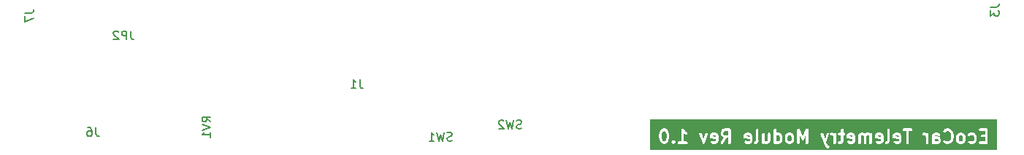
<source format=gbr>
%TF.GenerationSoftware,KiCad,Pcbnew,7.0.5*%
%TF.CreationDate,2023-07-23T12:45:19-06:00*%
%TF.ProjectId,CAN-USB RF Module,43414e2d-5553-4422-9052-46204d6f6475,rev?*%
%TF.SameCoordinates,Original*%
%TF.FileFunction,Legend,Bot*%
%TF.FilePolarity,Positive*%
%FSLAX46Y46*%
G04 Gerber Fmt 4.6, Leading zero omitted, Abs format (unit mm)*
G04 Created by KiCad (PCBNEW 7.0.5) date 2023-07-23 12:45:19*
%MOMM*%
%LPD*%
G01*
G04 APERTURE LIST*
%ADD10C,0.300000*%
%ADD11C,0.150000*%
G04 APERTURE END LIST*
D10*
G36*
X155564777Y-116157542D02*
G01*
X155371350Y-116157542D01*
X155341518Y-116152042D01*
X155328095Y-116157542D01*
X155178758Y-116157542D01*
X155089344Y-116112835D01*
X155052339Y-116075830D01*
X155007634Y-115986417D01*
X155007634Y-115842951D01*
X155052340Y-115753538D01*
X155089344Y-115716534D01*
X155178758Y-115671828D01*
X155564777Y-115671828D01*
X155564777Y-116157542D01*
G37*
G36*
X148268781Y-115716535D02*
G01*
X148305785Y-115753539D01*
X148358962Y-115859893D01*
X148421920Y-116111724D01*
X148421920Y-116431935D01*
X148358964Y-116683758D01*
X148305785Y-116790116D01*
X148268780Y-116827122D01*
X148179368Y-116871828D01*
X148107330Y-116871828D01*
X148017915Y-116827120D01*
X147980913Y-116790118D01*
X147927734Y-116683762D01*
X147864777Y-116431934D01*
X147864777Y-116111722D01*
X147927732Y-115859899D01*
X147980913Y-115753538D01*
X148017917Y-115716534D01*
X148107330Y-115671828D01*
X148179367Y-115671828D01*
X148268781Y-115716535D01*
G37*
G36*
X154102973Y-116205060D02*
G01*
X154136205Y-116271524D01*
X154136205Y-116338857D01*
X153728975Y-116257411D01*
X153755151Y-116205059D01*
X153821615Y-116171828D01*
X154036509Y-116171828D01*
X154102973Y-116205060D01*
G37*
G36*
X158031544Y-116205060D02*
G01*
X158064776Y-116271524D01*
X158064776Y-116338857D01*
X157657546Y-116257411D01*
X157683722Y-116205059D01*
X157750186Y-116171828D01*
X157965080Y-116171828D01*
X158031544Y-116205060D01*
G37*
G36*
X161483066Y-116216535D02*
G01*
X161520069Y-116253538D01*
X161564776Y-116342952D01*
X161564776Y-116700703D01*
X161520069Y-116790117D01*
X161483064Y-116827122D01*
X161393652Y-116871828D01*
X161178758Y-116871828D01*
X161150491Y-116857694D01*
X161150491Y-116185961D01*
X161178758Y-116171828D01*
X161393651Y-116171828D01*
X161483066Y-116216535D01*
G37*
G36*
X162840209Y-116216535D02*
G01*
X162877212Y-116253538D01*
X162921919Y-116342952D01*
X162921919Y-116700704D01*
X162877212Y-116790117D01*
X162840207Y-116827122D01*
X162750795Y-116871828D01*
X162607329Y-116871828D01*
X162517914Y-116827120D01*
X162480912Y-116790118D01*
X162436205Y-116700704D01*
X162436205Y-116342953D01*
X162480911Y-116253539D01*
X162517916Y-116216534D01*
X162607329Y-116171828D01*
X162750794Y-116171828D01*
X162840209Y-116216535D01*
G37*
G36*
X169960115Y-116205060D02*
G01*
X169993347Y-116271524D01*
X169993347Y-116338857D01*
X169586117Y-116257411D01*
X169612293Y-116205059D01*
X169678757Y-116171828D01*
X169893651Y-116171828D01*
X169960115Y-116205060D01*
G37*
G36*
X173245829Y-116205060D02*
G01*
X173279061Y-116271524D01*
X173279061Y-116338857D01*
X172871831Y-116257411D01*
X172898007Y-116205059D01*
X172964471Y-116171828D01*
X173179365Y-116171828D01*
X173245829Y-116205060D01*
G37*
G36*
X175317257Y-116205060D02*
G01*
X175350488Y-116271524D01*
X175350489Y-116338857D01*
X174943259Y-116257411D01*
X174969435Y-116205059D01*
X175035899Y-116171828D01*
X175250793Y-116171828D01*
X175317257Y-116205060D01*
G37*
G36*
X179888685Y-116633631D02*
G01*
X179921917Y-116700095D01*
X179921917Y-116772132D01*
X179888685Y-116838596D01*
X179822222Y-116871828D01*
X179535899Y-116871828D01*
X179507632Y-116857694D01*
X179507632Y-116604095D01*
X179517270Y-116605830D01*
X179530362Y-116600400D01*
X179822222Y-116600400D01*
X179888685Y-116633631D01*
G37*
G36*
X182697350Y-116216535D02*
G01*
X182734353Y-116253538D01*
X182779060Y-116342952D01*
X182779060Y-116700703D01*
X182734353Y-116790117D01*
X182697348Y-116827122D01*
X182607936Y-116871828D01*
X182464470Y-116871828D01*
X182375055Y-116827120D01*
X182338053Y-116790118D01*
X182293346Y-116700704D01*
X182293346Y-116342952D01*
X182338053Y-116253538D01*
X182375057Y-116216534D01*
X182464470Y-116171828D01*
X182607935Y-116171828D01*
X182697350Y-116216535D01*
G37*
G36*
X186719286Y-117885286D02*
G01*
X146512146Y-117885286D01*
X146512146Y-116444052D01*
X147558573Y-116444052D01*
X147564777Y-116468867D01*
X147564777Y-116471968D01*
X147569995Y-116489739D01*
X147634204Y-116746574D01*
X147632345Y-116763802D01*
X147644678Y-116788469D01*
X147645916Y-116793418D01*
X147654290Y-116807692D01*
X147715060Y-116929230D01*
X147720425Y-116953892D01*
X147749631Y-116983098D01*
X147777802Y-117013384D01*
X147780642Y-117014110D01*
X147809697Y-117043166D01*
X147822587Y-117064867D01*
X147859545Y-117083346D01*
X147895831Y-117103160D01*
X147898755Y-117102950D01*
X147997614Y-117152380D01*
X148027876Y-117171828D01*
X148058528Y-117171828D01*
X148088702Y-117177258D01*
X148101794Y-117171828D01*
X148206704Y-117171828D01*
X148242464Y-117175689D01*
X148269879Y-117161981D01*
X148299297Y-117153344D01*
X148308578Y-117142632D01*
X148407897Y-117092974D01*
X148432558Y-117087609D01*
X148461756Y-117058410D01*
X148492048Y-117030234D01*
X148492774Y-117027390D01*
X148521827Y-116998337D01*
X148543530Y-116985448D01*
X148562017Y-116948473D01*
X148567054Y-116939248D01*
X148987414Y-116939248D01*
X148994495Y-116971800D01*
X148996873Y-117005032D01*
X149003713Y-117014170D01*
X149006140Y-117025323D01*
X149029692Y-117048875D01*
X149049662Y-117075552D01*
X149060359Y-117079542D01*
X149081639Y-117100820D01*
X149083262Y-117106348D01*
X149104359Y-117124629D01*
X149121091Y-117146980D01*
X149137004Y-117152915D01*
X149149835Y-117164033D01*
X149166642Y-117166449D01*
X149181548Y-117174589D01*
X149192931Y-117173774D01*
X149203625Y-117177763D01*
X149220218Y-117174153D01*
X149237027Y-117176570D01*
X149252476Y-117169514D01*
X149269411Y-117168303D01*
X149278546Y-117161464D01*
X149289700Y-117159038D01*
X149301706Y-117147031D01*
X149317154Y-117139977D01*
X149326335Y-117125690D01*
X149339930Y-117115514D01*
X149343918Y-117104819D01*
X149384685Y-117064052D01*
X149411357Y-117044087D01*
X149411361Y-117044077D01*
X149702892Y-117044077D01*
X149739485Y-117124204D01*
X149813590Y-117171828D01*
X150275475Y-117171828D01*
X150308455Y-117176570D01*
X150318838Y-117171828D01*
X150736345Y-117171828D01*
X150799297Y-117153344D01*
X150856982Y-117086771D01*
X150869519Y-116999579D01*
X150832926Y-116919452D01*
X150758821Y-116871828D01*
X150436206Y-116871828D01*
X150436206Y-115955389D01*
X150452553Y-115971736D01*
X150465443Y-115993438D01*
X150502413Y-116011923D01*
X150538689Y-116031731D01*
X150541611Y-116031522D01*
X150666985Y-116094209D01*
X150731558Y-116105830D01*
X150812925Y-116072083D01*
X150841561Y-116030800D01*
X152201559Y-116030800D01*
X152563276Y-117043609D01*
X152562496Y-117057190D01*
X152577834Y-117084369D01*
X152580770Y-117092590D01*
X152588382Y-117103060D01*
X152605789Y-117133906D01*
X152613932Y-117138206D01*
X152619350Y-117145658D01*
X152652362Y-117158499D01*
X152683684Y-117175038D01*
X152692863Y-117174252D01*
X152701446Y-117177591D01*
X152736153Y-117170547D01*
X152771451Y-117167527D01*
X152778747Y-117161903D01*
X152787775Y-117160072D01*
X152813170Y-117135376D01*
X152841225Y-117113757D01*
X152844322Y-117105083D01*
X152850927Y-117098661D01*
X152858939Y-117064156D01*
X153106694Y-116370441D01*
X153415820Y-116370441D01*
X153421920Y-116396375D01*
X153421920Y-116400539D01*
X153426841Y-116417300D01*
X153435988Y-116456188D01*
X153439160Y-116459255D01*
X153440404Y-116463491D01*
X153470601Y-116489656D01*
X153499314Y-116517420D01*
X153503641Y-116518285D01*
X153506977Y-116521176D01*
X153546529Y-116526863D01*
X154136205Y-116644798D01*
X154136205Y-116772132D01*
X154102973Y-116838596D01*
X154036510Y-116871828D01*
X153821615Y-116871828D01*
X153691139Y-116806590D01*
X153626566Y-116794970D01*
X153545199Y-116828717D01*
X153494992Y-116901098D01*
X153491888Y-116989130D01*
X153536872Y-117064867D01*
X153711899Y-117152380D01*
X153742161Y-117171828D01*
X153772813Y-117171828D01*
X153802987Y-117177258D01*
X153816079Y-117171828D01*
X154063844Y-117171828D01*
X154099607Y-117175689D01*
X154127021Y-117161981D01*
X154156440Y-117153344D01*
X154165721Y-117142632D01*
X154247680Y-117101653D01*
X154253508Y-117101859D01*
X154286712Y-117082137D01*
X154301150Y-117074919D01*
X154305183Y-117071166D01*
X154329245Y-117056876D01*
X154336807Y-117041751D01*
X154349190Y-117030233D01*
X154352919Y-117015650D01*
X154701423Y-117015650D01*
X154722881Y-117101085D01*
X154787122Y-117161357D01*
X154873750Y-117177328D01*
X154955261Y-117143930D01*
X155435732Y-116457542D01*
X155564777Y-116457542D01*
X155564777Y-117043396D01*
X155583261Y-117106348D01*
X155649834Y-117164033D01*
X155737026Y-117176570D01*
X155817153Y-117139977D01*
X155864777Y-117065872D01*
X155864777Y-116370441D01*
X157344391Y-116370441D01*
X157350491Y-116396375D01*
X157350491Y-116400539D01*
X157355412Y-116417300D01*
X157364559Y-116456188D01*
X157367731Y-116459255D01*
X157368975Y-116463491D01*
X157399172Y-116489656D01*
X157427885Y-116517420D01*
X157432212Y-116518285D01*
X157435548Y-116521176D01*
X157475100Y-116526863D01*
X158064776Y-116644798D01*
X158064776Y-116772132D01*
X158031544Y-116838596D01*
X157965081Y-116871828D01*
X157750186Y-116871828D01*
X157619710Y-116806590D01*
X157555137Y-116794970D01*
X157473770Y-116828717D01*
X157423563Y-116901098D01*
X157420459Y-116989130D01*
X157465443Y-117064867D01*
X157640470Y-117152380D01*
X157670732Y-117171828D01*
X157701384Y-117171828D01*
X157731558Y-117177258D01*
X157744650Y-117171828D01*
X157992415Y-117171828D01*
X158028178Y-117175689D01*
X158055592Y-117161981D01*
X158085011Y-117153344D01*
X158094292Y-117142632D01*
X158176251Y-117101653D01*
X158182079Y-117101859D01*
X158215283Y-117082137D01*
X158229721Y-117074919D01*
X158233754Y-117071166D01*
X158257816Y-117056876D01*
X158265378Y-117041751D01*
X158277761Y-117030233D01*
X158278501Y-117027337D01*
X158558541Y-117027337D01*
X158586320Y-117110930D01*
X158654884Y-117166234D01*
X158742463Y-117175689D01*
X158890534Y-117101654D01*
X158896363Y-117101860D01*
X158929567Y-117082137D01*
X158944006Y-117074919D01*
X158948040Y-117071166D01*
X158972100Y-117056876D01*
X158979661Y-117041752D01*
X158992046Y-117030233D01*
X158998980Y-117003115D01*
X159059616Y-116881844D01*
X159068631Y-116867817D01*
X159487413Y-116867817D01*
X159493348Y-116895098D01*
X159493348Y-117043396D01*
X159511832Y-117106348D01*
X159578405Y-117164033D01*
X159665597Y-117176570D01*
X159745724Y-117139977D01*
X159748835Y-117135134D01*
X159783327Y-117152380D01*
X159813589Y-117171828D01*
X159844241Y-117171828D01*
X159874415Y-117177258D01*
X159887507Y-117171828D01*
X160063843Y-117171828D01*
X160099606Y-117175689D01*
X160127020Y-117161981D01*
X160156439Y-117153344D01*
X160165720Y-117142632D01*
X160247677Y-117101654D01*
X160253506Y-117101860D01*
X160286710Y-117082137D01*
X160301149Y-117074919D01*
X160305183Y-117071166D01*
X160329243Y-117056876D01*
X160336804Y-117041752D01*
X160349189Y-117030233D01*
X160356123Y-117003115D01*
X160416759Y-116881844D01*
X160436205Y-116851586D01*
X160436205Y-116820935D01*
X160441635Y-116790761D01*
X160436205Y-116777668D01*
X160436205Y-116098767D01*
X160844256Y-116098767D01*
X160850491Y-116117528D01*
X160850491Y-116947723D01*
X160849031Y-116989130D01*
X160850491Y-116991588D01*
X160850491Y-117043396D01*
X160868975Y-117106348D01*
X160935548Y-117164033D01*
X161022740Y-117176570D01*
X161071811Y-117154159D01*
X161099304Y-117171828D01*
X161129956Y-117171828D01*
X161160130Y-117177258D01*
X161173222Y-117171828D01*
X161420986Y-117171828D01*
X161456749Y-117175689D01*
X161484163Y-117161981D01*
X161513582Y-117153344D01*
X161522863Y-117142632D01*
X161622179Y-117092974D01*
X161646841Y-117087610D01*
X161676052Y-117058398D01*
X161706332Y-117030233D01*
X161707058Y-117027392D01*
X161736115Y-116998335D01*
X161757815Y-116985447D01*
X161776289Y-116948497D01*
X161796109Y-116912202D01*
X161795899Y-116909277D01*
X161845328Y-116810419D01*
X161864776Y-116780158D01*
X161864776Y-116749506D01*
X161870206Y-116719332D01*
X161864776Y-116706239D01*
X161864776Y-116324323D01*
X162130775Y-116324323D01*
X162136205Y-116337415D01*
X162136205Y-116728038D01*
X162132344Y-116763802D01*
X162146051Y-116791216D01*
X162154689Y-116820634D01*
X162165401Y-116829916D01*
X162215059Y-116929230D01*
X162220424Y-116953892D01*
X162249630Y-116983098D01*
X162277801Y-117013384D01*
X162280641Y-117014110D01*
X162309696Y-117043166D01*
X162322586Y-117064867D01*
X162359544Y-117083346D01*
X162395830Y-117103160D01*
X162398754Y-117102950D01*
X162497613Y-117152380D01*
X162527875Y-117171828D01*
X162558527Y-117171828D01*
X162588701Y-117177258D01*
X162601793Y-117171828D01*
X162778129Y-117171828D01*
X162813892Y-117175689D01*
X162841306Y-117161981D01*
X162870725Y-117153344D01*
X162880006Y-117142632D01*
X162979322Y-117092974D01*
X163003984Y-117087610D01*
X163033195Y-117058398D01*
X163063475Y-117030233D01*
X163064201Y-117027392D01*
X163093258Y-116998335D01*
X163114958Y-116985447D01*
X163133432Y-116948497D01*
X163153252Y-116912202D01*
X163153042Y-116909277D01*
X163202471Y-116810419D01*
X163221919Y-116780158D01*
X163221919Y-116749506D01*
X163227349Y-116719332D01*
X163221919Y-116706239D01*
X163221919Y-116315618D01*
X163225780Y-116279855D01*
X163212072Y-116252440D01*
X163203435Y-116223022D01*
X163192723Y-116213740D01*
X163143065Y-116114422D01*
X163137700Y-116089762D01*
X163108492Y-116060554D01*
X163080324Y-116030272D01*
X163077483Y-116029545D01*
X163048425Y-116000488D01*
X163035538Y-115978790D01*
X162998588Y-115960315D01*
X162962292Y-115940496D01*
X162959368Y-115940705D01*
X162860514Y-115891278D01*
X162830249Y-115871828D01*
X162799596Y-115871828D01*
X162769424Y-115866398D01*
X162756332Y-115871828D01*
X162579994Y-115871828D01*
X162544230Y-115867967D01*
X162516814Y-115881675D01*
X162487399Y-115890312D01*
X162478117Y-115901023D01*
X162378802Y-115950681D01*
X162354139Y-115956047D01*
X162324908Y-115985277D01*
X162294649Y-116013424D01*
X162293922Y-116016263D01*
X162264865Y-116045321D01*
X162243167Y-116058209D01*
X162224691Y-116095160D01*
X162204873Y-116131454D01*
X162205082Y-116134378D01*
X162155655Y-116233232D01*
X162136205Y-116263498D01*
X162136205Y-116294151D01*
X162130775Y-116324323D01*
X161864776Y-116324323D01*
X161864776Y-116315618D01*
X161868637Y-116279855D01*
X161854929Y-116252440D01*
X161846292Y-116223022D01*
X161835580Y-116213740D01*
X161785922Y-116114422D01*
X161780557Y-116089762D01*
X161751349Y-116060554D01*
X161723181Y-116030272D01*
X161720340Y-116029545D01*
X161691282Y-116000488D01*
X161678395Y-115978790D01*
X161641445Y-115960315D01*
X161605149Y-115940496D01*
X161602225Y-115940705D01*
X161503371Y-115891278D01*
X161473106Y-115871828D01*
X161442453Y-115871828D01*
X161412281Y-115866398D01*
X161399189Y-115871828D01*
X161151423Y-115871828D01*
X161150491Y-115871727D01*
X161150491Y-115545349D01*
X163560224Y-115545349D01*
X163564777Y-115555105D01*
X163564777Y-117043396D01*
X163583261Y-117106348D01*
X163649834Y-117164033D01*
X163737026Y-117176570D01*
X163817153Y-117139977D01*
X163864777Y-117065872D01*
X163864777Y-116197963D01*
X164078331Y-116655581D01*
X164095790Y-116694657D01*
X164115648Y-116707651D01*
X164131342Y-116725464D01*
X164151749Y-116731274D01*
X164169501Y-116742890D01*
X164193234Y-116743085D01*
X164216063Y-116749585D01*
X164236370Y-116743440D01*
X164257585Y-116743615D01*
X164277656Y-116730947D01*
X164300377Y-116724073D01*
X164314139Y-116707923D01*
X164332079Y-116696602D01*
X164342114Y-116675096D01*
X164357512Y-116657029D01*
X164360358Y-116636002D01*
X164564777Y-116197962D01*
X164564777Y-117043396D01*
X164583261Y-117106348D01*
X164649834Y-117164033D01*
X164737026Y-117176570D01*
X164817153Y-117139977D01*
X164864777Y-117065872D01*
X164864777Y-116030800D01*
X166272987Y-116030800D01*
X166631151Y-117033660D01*
X166630576Y-117036643D01*
X166634536Y-117046543D01*
X166633924Y-117057190D01*
X166649262Y-117084369D01*
X166652198Y-117092590D01*
X166653880Y-117094904D01*
X166785146Y-117423068D01*
X166791852Y-117453893D01*
X166816658Y-117478699D01*
X166838342Y-117506290D01*
X166847379Y-117509420D01*
X166881126Y-117543167D01*
X166894015Y-117564867D01*
X166930964Y-117583341D01*
X166967260Y-117603161D01*
X166970184Y-117602951D01*
X167095558Y-117665638D01*
X167160130Y-117677258D01*
X167241497Y-117643511D01*
X167291704Y-117571130D01*
X167294808Y-117483098D01*
X167249824Y-117407361D01*
X167089344Y-117327120D01*
X167056898Y-117294675D01*
X166946557Y-117018823D01*
X167291863Y-116051967D01*
X167292317Y-116044077D01*
X167345748Y-116044077D01*
X167382341Y-116124204D01*
X167456446Y-116171828D01*
X167607937Y-116171828D01*
X167697351Y-116216535D01*
X167734355Y-116253539D01*
X167779062Y-116342951D01*
X167779062Y-117043396D01*
X167797546Y-117106348D01*
X167864119Y-117164033D01*
X167951311Y-117176570D01*
X168031438Y-117139977D01*
X168079062Y-117065872D01*
X168079062Y-117044077D01*
X168274320Y-117044077D01*
X168310913Y-117124204D01*
X168385018Y-117171828D01*
X168563843Y-117171828D01*
X168599606Y-117175689D01*
X168627020Y-117161981D01*
X168656439Y-117153344D01*
X168665720Y-117142632D01*
X168747677Y-117101654D01*
X168753506Y-117101860D01*
X168786710Y-117082137D01*
X168801149Y-117074919D01*
X168805183Y-117071166D01*
X168829243Y-117056876D01*
X168836804Y-117041752D01*
X168849189Y-117030233D01*
X168856123Y-117003115D01*
X168916759Y-116881844D01*
X168936205Y-116851586D01*
X168936205Y-116820935D01*
X168941635Y-116790761D01*
X168936205Y-116777668D01*
X168936205Y-116370441D01*
X169272962Y-116370441D01*
X169279062Y-116396375D01*
X169279062Y-116400539D01*
X169283983Y-116417300D01*
X169293130Y-116456188D01*
X169296302Y-116459255D01*
X169297546Y-116463491D01*
X169327743Y-116489656D01*
X169356456Y-116517420D01*
X169360783Y-116518285D01*
X169364119Y-116521176D01*
X169403671Y-116526863D01*
X169993347Y-116644798D01*
X169993347Y-116772132D01*
X169960115Y-116838596D01*
X169893652Y-116871828D01*
X169678757Y-116871828D01*
X169548281Y-116806590D01*
X169483708Y-116794970D01*
X169402341Y-116828717D01*
X169352134Y-116901098D01*
X169349030Y-116989130D01*
X169394014Y-117064867D01*
X169569041Y-117152380D01*
X169599303Y-117171828D01*
X169629955Y-117171828D01*
X169660129Y-117177258D01*
X169673221Y-117171828D01*
X169920986Y-117171828D01*
X169956749Y-117175689D01*
X169984163Y-117161981D01*
X170013582Y-117153344D01*
X170022863Y-117142632D01*
X170104822Y-117101653D01*
X170110650Y-117101859D01*
X170143854Y-117082137D01*
X170158292Y-117074919D01*
X170162325Y-117071166D01*
X170186387Y-117056876D01*
X170193949Y-117041751D01*
X170206332Y-117030233D01*
X170213265Y-117003117D01*
X170273900Y-116881845D01*
X170293347Y-116851586D01*
X170293347Y-116820934D01*
X170298777Y-116790760D01*
X170293347Y-116777668D01*
X170293347Y-116547594D01*
X170299448Y-116530359D01*
X170293347Y-116504419D01*
X170293347Y-116252895D01*
X170630774Y-116252895D01*
X170636204Y-116265987D01*
X170636204Y-117043396D01*
X170654688Y-117106348D01*
X170721261Y-117164033D01*
X170808453Y-117176570D01*
X170888580Y-117139977D01*
X170936204Y-117065872D01*
X170936204Y-116271525D01*
X170969436Y-116205059D01*
X171035900Y-116171828D01*
X171179365Y-116171828D01*
X171245830Y-116205060D01*
X171279062Y-116271523D01*
X171279062Y-117043396D01*
X171297546Y-117106348D01*
X171364119Y-117164033D01*
X171451311Y-117176570D01*
X171531438Y-117139977D01*
X171579062Y-117065872D01*
X171579062Y-116271523D01*
X171612293Y-116205059D01*
X171678757Y-116171828D01*
X171822222Y-116171828D01*
X171911637Y-116216535D01*
X171921919Y-116226817D01*
X171921919Y-117043396D01*
X171940403Y-117106348D01*
X172006976Y-117164033D01*
X172094168Y-117176570D01*
X172174295Y-117139977D01*
X172221919Y-117065872D01*
X172221919Y-116370441D01*
X172558676Y-116370441D01*
X172564775Y-116396375D01*
X172564776Y-116400539D01*
X172569697Y-116417300D01*
X172578844Y-116456188D01*
X172582016Y-116459255D01*
X172583260Y-116463491D01*
X172613457Y-116489656D01*
X172642170Y-116517420D01*
X172646497Y-116518285D01*
X172649833Y-116521176D01*
X172689385Y-116526863D01*
X173279061Y-116644798D01*
X173279061Y-116772132D01*
X173245829Y-116838596D01*
X173179366Y-116871828D01*
X172964471Y-116871828D01*
X172833995Y-116806590D01*
X172769422Y-116794970D01*
X172688055Y-116828717D01*
X172637848Y-116901098D01*
X172634744Y-116989130D01*
X172679728Y-117064867D01*
X172854755Y-117152380D01*
X172885017Y-117171828D01*
X172915669Y-117171828D01*
X172945843Y-117177258D01*
X172958935Y-117171828D01*
X173206700Y-117171828D01*
X173242463Y-117175689D01*
X173269877Y-117161981D01*
X173299296Y-117153344D01*
X173308577Y-117142632D01*
X173390536Y-117101653D01*
X173396364Y-117101859D01*
X173429568Y-117082137D01*
X173444006Y-117074919D01*
X173448039Y-117071166D01*
X173472101Y-117056876D01*
X173479663Y-117041751D01*
X173492046Y-117030233D01*
X173492786Y-117027337D01*
X173772826Y-117027337D01*
X173800605Y-117110930D01*
X173869169Y-117166234D01*
X173956748Y-117175689D01*
X174104819Y-117101654D01*
X174110648Y-117101860D01*
X174143852Y-117082137D01*
X174158291Y-117074919D01*
X174162325Y-117071166D01*
X174186385Y-117056876D01*
X174193946Y-117041752D01*
X174206331Y-117030233D01*
X174213265Y-117003115D01*
X174273901Y-116881844D01*
X174293347Y-116851586D01*
X174293347Y-116820935D01*
X174298777Y-116790761D01*
X174293347Y-116777668D01*
X174293347Y-116370441D01*
X174630104Y-116370441D01*
X174636204Y-116396375D01*
X174636204Y-116400539D01*
X174641125Y-116417300D01*
X174650272Y-116456188D01*
X174653444Y-116459255D01*
X174654688Y-116463491D01*
X174684885Y-116489656D01*
X174713598Y-116517420D01*
X174717925Y-116518285D01*
X174721261Y-116521176D01*
X174760813Y-116526863D01*
X175350489Y-116644798D01*
X175350489Y-116772132D01*
X175317257Y-116838596D01*
X175250794Y-116871828D01*
X175035899Y-116871828D01*
X174905423Y-116806590D01*
X174840850Y-116794970D01*
X174759483Y-116828717D01*
X174709276Y-116901098D01*
X174706172Y-116989130D01*
X174751156Y-117064867D01*
X174926183Y-117152380D01*
X174956445Y-117171828D01*
X174987097Y-117171828D01*
X175017271Y-117177258D01*
X175030363Y-117171828D01*
X175278128Y-117171828D01*
X175313891Y-117175689D01*
X175341305Y-117161981D01*
X175370724Y-117153344D01*
X175380005Y-117142632D01*
X175461964Y-117101653D01*
X175467792Y-117101859D01*
X175500996Y-117082137D01*
X175515434Y-117074919D01*
X175519467Y-117071166D01*
X175543529Y-117056876D01*
X175551091Y-117041751D01*
X175563474Y-117030233D01*
X175570407Y-117003117D01*
X175631042Y-116881845D01*
X175650489Y-116851586D01*
X175650489Y-116820934D01*
X175655919Y-116790760D01*
X175650489Y-116777668D01*
X175650489Y-116547594D01*
X175656590Y-116530359D01*
X175650489Y-116504419D01*
X175650489Y-116244190D01*
X175654350Y-116208427D01*
X175640642Y-116181012D01*
X175632005Y-116151594D01*
X175621293Y-116142312D01*
X175580315Y-116060355D01*
X175580521Y-116054527D01*
X175560798Y-116021322D01*
X175553580Y-116006884D01*
X175549827Y-116002849D01*
X175535537Y-115978790D01*
X175520413Y-115971228D01*
X175508894Y-115958844D01*
X175481777Y-115951910D01*
X175360513Y-115891278D01*
X175330248Y-115871828D01*
X175299595Y-115871828D01*
X175269423Y-115866398D01*
X175256331Y-115871828D01*
X175008564Y-115871828D01*
X174972800Y-115867967D01*
X174945384Y-115881675D01*
X174915969Y-115890312D01*
X174906687Y-115901023D01*
X174824731Y-115942002D01*
X174818902Y-115941797D01*
X174785688Y-115961524D01*
X174771259Y-115968739D01*
X174767227Y-115972489D01*
X174743165Y-115986781D01*
X174735603Y-116001904D01*
X174723219Y-116013424D01*
X174716285Y-116040539D01*
X174655649Y-116161811D01*
X174636204Y-116192070D01*
X174636204Y-116222721D01*
X174630774Y-116252896D01*
X174636204Y-116265988D01*
X174636204Y-116353207D01*
X174630104Y-116370441D01*
X174293347Y-116370441D01*
X174293347Y-115544077D01*
X175774319Y-115544077D01*
X175810912Y-115624204D01*
X175885017Y-115671828D01*
X176207632Y-115671828D01*
X176207632Y-117043396D01*
X176226116Y-117106348D01*
X176292689Y-117164033D01*
X176379881Y-117176570D01*
X176460008Y-117139977D01*
X176507632Y-117065872D01*
X176507632Y-116044077D01*
X178060032Y-116044077D01*
X178096625Y-116124204D01*
X178170730Y-116171828D01*
X178322221Y-116171828D01*
X178411635Y-116216535D01*
X178448639Y-116253539D01*
X178493346Y-116342951D01*
X178493346Y-117043396D01*
X178511830Y-117106348D01*
X178578403Y-117164033D01*
X178665595Y-117176570D01*
X178745722Y-117139977D01*
X178793346Y-117065872D01*
X178793346Y-116315616D01*
X178797207Y-116279853D01*
X178793346Y-116272131D01*
X178793346Y-116252896D01*
X179202202Y-116252896D01*
X179207632Y-116265988D01*
X179207632Y-116376307D01*
X179206172Y-116417701D01*
X179207632Y-116420159D01*
X179207632Y-116947723D01*
X179206172Y-116989130D01*
X179207632Y-116991588D01*
X179207632Y-117043396D01*
X179226116Y-117106348D01*
X179292689Y-117164033D01*
X179379881Y-117176570D01*
X179428952Y-117154159D01*
X179456445Y-117171828D01*
X179487097Y-117171828D01*
X179517271Y-117177258D01*
X179530363Y-117171828D01*
X179849556Y-117171828D01*
X179885319Y-117175689D01*
X179912733Y-117161981D01*
X179942152Y-117153344D01*
X179951433Y-117142632D01*
X180033392Y-117101653D01*
X180039220Y-117101859D01*
X180072424Y-117082137D01*
X180086862Y-117074919D01*
X180090895Y-117071166D01*
X180114957Y-117056876D01*
X180122519Y-117041751D01*
X180134902Y-117030233D01*
X180141835Y-117003117D01*
X180202470Y-116881845D01*
X180211486Y-116867817D01*
X180487411Y-116867817D01*
X180506136Y-116953892D01*
X180602994Y-117050751D01*
X180625556Y-117078775D01*
X180654637Y-117088468D01*
X180681542Y-117103160D01*
X180695678Y-117102148D01*
X180863785Y-117158183D01*
X180885016Y-117171828D01*
X180926339Y-117171828D01*
X180967654Y-117173322D01*
X180970175Y-117171828D01*
X181053112Y-117171828D01*
X181077567Y-117178058D01*
X181116755Y-117164995D01*
X181156437Y-117153344D01*
X181158356Y-117151128D01*
X181325970Y-117095257D01*
X181361126Y-117087610D01*
X181382802Y-117065933D01*
X181407974Y-117048440D01*
X181413391Y-117035343D01*
X181521826Y-116926907D01*
X181543527Y-116914019D01*
X181562008Y-116877056D01*
X181581821Y-116840773D01*
X181581611Y-116837849D01*
X181622704Y-116755663D01*
X181635328Y-116743794D01*
X181642016Y-116717040D01*
X181644298Y-116712477D01*
X181647229Y-116696186D01*
X181711450Y-116439301D01*
X181721917Y-116423015D01*
X181721917Y-116397435D01*
X181722669Y-116394427D01*
X181721917Y-116375921D01*
X181721917Y-116324323D01*
X181987916Y-116324323D01*
X181993346Y-116337415D01*
X181993346Y-116728038D01*
X181989485Y-116763802D01*
X182003192Y-116791216D01*
X182011830Y-116820634D01*
X182022542Y-116829916D01*
X182072200Y-116929230D01*
X182077565Y-116953892D01*
X182106771Y-116983098D01*
X182134942Y-117013384D01*
X182137782Y-117014110D01*
X182166837Y-117043166D01*
X182179727Y-117064867D01*
X182216685Y-117083346D01*
X182252971Y-117103160D01*
X182255895Y-117102950D01*
X182354754Y-117152380D01*
X182385016Y-117171828D01*
X182415668Y-117171828D01*
X182445842Y-117177258D01*
X182458934Y-117171828D01*
X182635270Y-117171828D01*
X182671033Y-117175689D01*
X182698447Y-117161981D01*
X182727866Y-117153344D01*
X182737147Y-117142632D01*
X182836463Y-117092974D01*
X182861125Y-117087610D01*
X182890336Y-117058398D01*
X182920616Y-117030233D01*
X182921342Y-117027392D01*
X182950399Y-116998335D01*
X182972099Y-116985447D01*
X182990573Y-116948497D01*
X183010393Y-116912202D01*
X183010183Y-116909277D01*
X183059612Y-116810419D01*
X183079060Y-116780158D01*
X183079060Y-116749506D01*
X183084490Y-116719332D01*
X183079060Y-116706239D01*
X183079060Y-116315618D01*
X183082921Y-116279855D01*
X183069213Y-116252440D01*
X183060576Y-116223022D01*
X183049864Y-116213740D01*
X183000206Y-116114422D01*
X182996800Y-116098767D01*
X183344254Y-116098767D01*
X183372034Y-116182360D01*
X183440598Y-116237663D01*
X183528177Y-116247118D01*
X183678756Y-116171828D01*
X183893649Y-116171828D01*
X183983064Y-116216535D01*
X184020067Y-116253538D01*
X184064774Y-116342952D01*
X184064774Y-116700704D01*
X184020067Y-116790117D01*
X183983062Y-116827122D01*
X183893650Y-116871828D01*
X183678756Y-116871828D01*
X183548280Y-116806590D01*
X183483707Y-116794970D01*
X183402340Y-116828717D01*
X183352133Y-116901098D01*
X183349029Y-116989130D01*
X183394013Y-117064867D01*
X183569040Y-117152380D01*
X183599302Y-117171828D01*
X183629954Y-117171828D01*
X183660128Y-117177258D01*
X183673220Y-117171828D01*
X183920984Y-117171828D01*
X183956747Y-117175689D01*
X183984161Y-117161981D01*
X184013580Y-117153344D01*
X184022861Y-117142632D01*
X184122177Y-117092974D01*
X184146839Y-117087610D01*
X184176050Y-117058398D01*
X184191446Y-117044077D01*
X184631461Y-117044077D01*
X184668054Y-117124204D01*
X184742159Y-117171828D01*
X185489758Y-117171828D01*
X185522738Y-117176570D01*
X185553044Y-117162729D01*
X185585009Y-117153344D01*
X185592483Y-117144718D01*
X185602865Y-117139977D01*
X185620877Y-117111949D01*
X185642694Y-117086771D01*
X185644318Y-117075473D01*
X185650489Y-117065872D01*
X185650489Y-117032558D01*
X185655231Y-116999579D01*
X185650489Y-116989195D01*
X185650489Y-116246844D01*
X185655231Y-116213865D01*
X185650489Y-116203481D01*
X185650489Y-115532558D01*
X185655231Y-115499579D01*
X185641390Y-115469272D01*
X185632005Y-115437308D01*
X185623379Y-115429833D01*
X185618638Y-115419452D01*
X185590610Y-115401439D01*
X185565432Y-115379623D01*
X185554134Y-115377998D01*
X185544533Y-115371828D01*
X185511220Y-115371828D01*
X185478240Y-115367086D01*
X185467857Y-115371828D01*
X184764635Y-115371828D01*
X184701683Y-115390312D01*
X184643998Y-115456885D01*
X184631461Y-115544077D01*
X184668054Y-115624204D01*
X184742159Y-115671828D01*
X185350489Y-115671828D01*
X185350489Y-116086114D01*
X184978921Y-116086114D01*
X184915969Y-116104598D01*
X184858284Y-116171171D01*
X184845747Y-116258363D01*
X184882340Y-116338490D01*
X184956445Y-116386114D01*
X185350489Y-116386114D01*
X185350489Y-116871828D01*
X184764635Y-116871828D01*
X184701683Y-116890312D01*
X184643998Y-116956885D01*
X184631461Y-117044077D01*
X184191446Y-117044077D01*
X184206330Y-117030233D01*
X184207056Y-117027392D01*
X184236113Y-116998335D01*
X184257813Y-116985447D01*
X184276287Y-116948497D01*
X184296107Y-116912202D01*
X184295897Y-116909277D01*
X184345326Y-116810419D01*
X184364774Y-116780158D01*
X184364774Y-116749506D01*
X184370204Y-116719332D01*
X184364774Y-116706239D01*
X184364774Y-116315618D01*
X184368635Y-116279855D01*
X184354927Y-116252440D01*
X184346290Y-116223022D01*
X184335578Y-116213740D01*
X184285920Y-116114422D01*
X184280555Y-116089762D01*
X184251347Y-116060554D01*
X184223179Y-116030272D01*
X184220338Y-116029545D01*
X184191280Y-116000488D01*
X184178393Y-115978790D01*
X184141443Y-115960315D01*
X184105147Y-115940496D01*
X184102223Y-115940705D01*
X184003369Y-115891278D01*
X183973104Y-115871828D01*
X183942451Y-115871828D01*
X183912279Y-115866398D01*
X183899187Y-115871828D01*
X183651421Y-115871828D01*
X183615657Y-115867967D01*
X183588241Y-115881675D01*
X183558826Y-115890312D01*
X183549544Y-115901023D01*
X183414116Y-115968739D01*
X183366076Y-116013424D01*
X183344254Y-116098767D01*
X182996800Y-116098767D01*
X182994841Y-116089762D01*
X182965633Y-116060554D01*
X182937465Y-116030272D01*
X182934624Y-116029545D01*
X182905566Y-116000488D01*
X182892679Y-115978790D01*
X182855729Y-115960315D01*
X182819433Y-115940496D01*
X182816509Y-115940705D01*
X182717655Y-115891278D01*
X182687390Y-115871828D01*
X182656737Y-115871828D01*
X182626565Y-115866398D01*
X182613473Y-115871828D01*
X182437135Y-115871828D01*
X182401371Y-115867967D01*
X182373955Y-115881675D01*
X182344540Y-115890312D01*
X182335258Y-115901023D01*
X182235943Y-115950681D01*
X182211280Y-115956047D01*
X182182049Y-115985277D01*
X182151790Y-116013424D01*
X182151063Y-116016263D01*
X182122006Y-116045321D01*
X182100308Y-116058209D01*
X182081832Y-116095160D01*
X182062014Y-116131454D01*
X182062223Y-116134378D01*
X182012796Y-116233232D01*
X181993346Y-116263498D01*
X181993346Y-116294151D01*
X181987916Y-116324323D01*
X181721917Y-116324323D01*
X181721917Y-116189371D01*
X181728121Y-116171034D01*
X181721917Y-116146218D01*
X181721917Y-116143117D01*
X181716698Y-116125343D01*
X181652489Y-115868510D01*
X181654350Y-115851282D01*
X181642015Y-115826613D01*
X181640779Y-115821667D01*
X181632407Y-115807397D01*
X181571635Y-115685854D01*
X181566270Y-115661192D01*
X181537049Y-115631971D01*
X181508893Y-115601701D01*
X181506052Y-115600974D01*
X181397979Y-115492901D01*
X181375421Y-115464882D01*
X181346340Y-115455188D01*
X181319434Y-115440496D01*
X181305296Y-115441507D01*
X181137192Y-115385472D01*
X181115961Y-115371828D01*
X181074648Y-115371828D01*
X181033324Y-115370333D01*
X181030802Y-115371828D01*
X180947864Y-115371828D01*
X180923409Y-115365598D01*
X180884216Y-115378662D01*
X180844540Y-115390312D01*
X180842620Y-115392527D01*
X180674999Y-115448401D01*
X180639851Y-115456047D01*
X180618175Y-115477723D01*
X180593002Y-115495218D01*
X180587584Y-115508313D01*
X180522029Y-115573870D01*
X180490585Y-115631454D01*
X180496870Y-115719317D01*
X180549659Y-115789837D01*
X180632193Y-115820620D01*
X180718268Y-115801895D01*
X180795801Y-115724361D01*
X180953401Y-115671828D01*
X181047576Y-115671828D01*
X181205176Y-115724362D01*
X181305782Y-115824968D01*
X181358960Y-115931322D01*
X181421917Y-116183149D01*
X181421917Y-116360506D01*
X181358961Y-116612329D01*
X181305783Y-116718686D01*
X181205174Y-116819295D01*
X181047576Y-116871828D01*
X180953402Y-116871828D01*
X180795800Y-116819294D01*
X180734162Y-116757655D01*
X180676578Y-116726211D01*
X180588715Y-116732495D01*
X180518195Y-116785283D01*
X180487411Y-116867817D01*
X180211486Y-116867817D01*
X180221917Y-116851586D01*
X180221917Y-116820934D01*
X180227347Y-116790760D01*
X180221917Y-116777668D01*
X180221917Y-116672761D01*
X180225778Y-116636998D01*
X180212070Y-116609583D01*
X180203433Y-116580165D01*
X180192721Y-116570883D01*
X180151743Y-116488926D01*
X180151949Y-116483098D01*
X180132226Y-116449893D01*
X180125008Y-116435455D01*
X180121255Y-116431420D01*
X180106965Y-116407361D01*
X180091841Y-116399799D01*
X180080322Y-116387415D01*
X180053205Y-116380481D01*
X179931934Y-116319845D01*
X179901676Y-116300400D01*
X179871025Y-116300400D01*
X179840850Y-116294970D01*
X179827758Y-116300400D01*
X179535899Y-116300400D01*
X179507632Y-116286266D01*
X179507632Y-116271523D01*
X179540863Y-116205059D01*
X179607327Y-116171828D01*
X179822221Y-116171828D01*
X179952697Y-116237066D01*
X180017270Y-116248687D01*
X180098637Y-116214940D01*
X180148844Y-116142560D01*
X180151949Y-116054527D01*
X180106965Y-115978790D01*
X179931941Y-115891278D01*
X179901676Y-115871828D01*
X179871023Y-115871828D01*
X179840851Y-115866398D01*
X179827759Y-115871828D01*
X179579992Y-115871828D01*
X179544228Y-115867967D01*
X179516812Y-115881675D01*
X179487397Y-115890312D01*
X179478115Y-115901023D01*
X179396159Y-115942002D01*
X179390330Y-115941797D01*
X179357116Y-115961524D01*
X179342687Y-115968739D01*
X179338655Y-115972489D01*
X179314593Y-115986781D01*
X179307031Y-116001904D01*
X179294647Y-116013424D01*
X179287713Y-116040539D01*
X179227077Y-116161811D01*
X179207632Y-116192070D01*
X179207632Y-116222721D01*
X179202202Y-116252896D01*
X178793346Y-116252896D01*
X178793346Y-116000260D01*
X178774862Y-115937308D01*
X178708289Y-115879623D01*
X178621097Y-115867086D01*
X178540970Y-115903679D01*
X178520487Y-115935550D01*
X178431933Y-115891273D01*
X178401675Y-115871828D01*
X178371024Y-115871828D01*
X178340850Y-115866398D01*
X178327758Y-115871828D01*
X178193206Y-115871828D01*
X178130254Y-115890312D01*
X178072569Y-115956885D01*
X178060032Y-116044077D01*
X176507632Y-116044077D01*
X176507632Y-115671828D01*
X176807771Y-115671828D01*
X176870723Y-115653344D01*
X176928408Y-115586771D01*
X176940945Y-115499579D01*
X176904352Y-115419452D01*
X176830247Y-115371828D01*
X176368363Y-115371828D01*
X176335383Y-115367086D01*
X176325000Y-115371828D01*
X175907493Y-115371828D01*
X175844541Y-115390312D01*
X175786856Y-115456885D01*
X175774319Y-115544077D01*
X174293347Y-115544077D01*
X174293347Y-115500260D01*
X174274863Y-115437308D01*
X174208290Y-115379623D01*
X174121098Y-115367086D01*
X174040971Y-115403679D01*
X173993347Y-115477784D01*
X173993347Y-116772131D01*
X173960114Y-116838596D01*
X173842688Y-116897309D01*
X173794648Y-116941995D01*
X173772826Y-117027337D01*
X173492786Y-117027337D01*
X173498979Y-117003117D01*
X173559614Y-116881845D01*
X173579061Y-116851586D01*
X173579061Y-116820934D01*
X173584491Y-116790760D01*
X173579061Y-116777668D01*
X173579061Y-116547594D01*
X173585162Y-116530359D01*
X173579061Y-116504419D01*
X173579061Y-116244190D01*
X173582922Y-116208427D01*
X173569214Y-116181012D01*
X173560577Y-116151594D01*
X173549865Y-116142312D01*
X173508887Y-116060355D01*
X173509093Y-116054527D01*
X173489370Y-116021322D01*
X173482152Y-116006884D01*
X173478399Y-116002849D01*
X173464109Y-115978790D01*
X173448985Y-115971228D01*
X173437466Y-115958844D01*
X173410349Y-115951910D01*
X173289085Y-115891278D01*
X173258820Y-115871828D01*
X173228167Y-115871828D01*
X173197995Y-115866398D01*
X173184903Y-115871828D01*
X172937136Y-115871828D01*
X172901372Y-115867967D01*
X172873956Y-115881675D01*
X172844541Y-115890312D01*
X172835259Y-115901023D01*
X172753303Y-115942002D01*
X172747474Y-115941797D01*
X172714260Y-115961524D01*
X172699831Y-115968739D01*
X172695799Y-115972489D01*
X172671737Y-115986781D01*
X172664175Y-116001904D01*
X172651791Y-116013424D01*
X172644857Y-116040539D01*
X172584221Y-116161811D01*
X172564776Y-116192070D01*
X172564776Y-116222721D01*
X172559346Y-116252896D01*
X172564776Y-116265988D01*
X172564776Y-116353207D01*
X172558676Y-116370441D01*
X172221919Y-116370441D01*
X172221919Y-116191749D01*
X172227854Y-116175837D01*
X172221919Y-116148556D01*
X172221919Y-116000260D01*
X172203435Y-115937308D01*
X172136862Y-115879623D01*
X172049670Y-115867086D01*
X171969543Y-115903679D01*
X171966430Y-115908522D01*
X171931942Y-115891278D01*
X171901677Y-115871828D01*
X171871024Y-115871828D01*
X171840852Y-115866398D01*
X171827760Y-115871828D01*
X171651422Y-115871828D01*
X171615658Y-115867967D01*
X171588242Y-115881675D01*
X171558827Y-115890312D01*
X171549545Y-115901023D01*
X171467589Y-115942002D01*
X171461760Y-115941797D01*
X171434385Y-115958056D01*
X171410350Y-115951910D01*
X171289085Y-115891278D01*
X171258820Y-115871828D01*
X171228167Y-115871828D01*
X171197995Y-115866398D01*
X171184903Y-115871828D01*
X171008565Y-115871828D01*
X170972801Y-115867967D01*
X170945385Y-115881675D01*
X170915970Y-115890312D01*
X170906688Y-115901023D01*
X170824732Y-115942002D01*
X170818903Y-115941797D01*
X170785689Y-115961524D01*
X170771260Y-115968739D01*
X170767228Y-115972489D01*
X170743166Y-115986781D01*
X170735604Y-116001904D01*
X170723220Y-116013424D01*
X170716286Y-116040539D01*
X170655654Y-116161804D01*
X170636204Y-116192070D01*
X170636204Y-116222723D01*
X170630774Y-116252895D01*
X170293347Y-116252895D01*
X170293347Y-116244190D01*
X170297208Y-116208427D01*
X170283500Y-116181012D01*
X170274863Y-116151594D01*
X170264151Y-116142312D01*
X170223173Y-116060355D01*
X170223379Y-116054527D01*
X170203656Y-116021322D01*
X170196438Y-116006884D01*
X170192685Y-116002849D01*
X170178395Y-115978790D01*
X170163271Y-115971228D01*
X170151752Y-115958844D01*
X170124635Y-115951910D01*
X170003371Y-115891278D01*
X169973106Y-115871828D01*
X169942453Y-115871828D01*
X169912281Y-115866398D01*
X169899189Y-115871828D01*
X169651422Y-115871828D01*
X169615658Y-115867967D01*
X169588242Y-115881675D01*
X169558827Y-115890312D01*
X169549545Y-115901023D01*
X169467589Y-115942002D01*
X169461760Y-115941797D01*
X169428546Y-115961524D01*
X169414117Y-115968739D01*
X169410085Y-115972489D01*
X169386023Y-115986781D01*
X169378461Y-116001904D01*
X169366077Y-116013424D01*
X169359143Y-116040539D01*
X169298507Y-116161811D01*
X169279062Y-116192070D01*
X169279062Y-116222721D01*
X169273632Y-116252896D01*
X169279062Y-116265988D01*
X169279062Y-116353207D01*
X169272962Y-116370441D01*
X168936205Y-116370441D01*
X168936205Y-116171828D01*
X169022058Y-116171828D01*
X169085010Y-116153344D01*
X169142695Y-116086771D01*
X169155232Y-115999579D01*
X169118639Y-115919452D01*
X169044534Y-115871828D01*
X168936205Y-115871828D01*
X168936205Y-115500260D01*
X168917721Y-115437308D01*
X168851148Y-115379623D01*
X168763956Y-115367086D01*
X168683829Y-115403679D01*
X168636205Y-115477784D01*
X168636205Y-115871828D01*
X168407494Y-115871828D01*
X168344542Y-115890312D01*
X168286857Y-115956885D01*
X168274320Y-116044077D01*
X168310913Y-116124204D01*
X168385018Y-116171828D01*
X168636205Y-116171828D01*
X168636205Y-116772131D01*
X168602972Y-116838596D01*
X168536509Y-116871828D01*
X168407494Y-116871828D01*
X168344542Y-116890312D01*
X168286857Y-116956885D01*
X168274320Y-117044077D01*
X168079062Y-117044077D01*
X168079062Y-116315616D01*
X168082923Y-116279853D01*
X168079062Y-116272131D01*
X168079062Y-116000260D01*
X168060578Y-115937308D01*
X167994005Y-115879623D01*
X167906813Y-115867086D01*
X167826686Y-115903679D01*
X167806203Y-115935550D01*
X167717649Y-115891273D01*
X167687391Y-115871828D01*
X167656740Y-115871828D01*
X167626566Y-115866398D01*
X167613474Y-115871828D01*
X167478922Y-115871828D01*
X167415970Y-115890312D01*
X167358285Y-115956885D01*
X167345748Y-116044077D01*
X167292317Y-116044077D01*
X167295629Y-115986466D01*
X167252336Y-115909750D01*
X167174441Y-115868618D01*
X167086674Y-115876129D01*
X167016900Y-115929900D01*
X166786205Y-116575846D01*
X166563069Y-115951066D01*
X166524489Y-115897998D01*
X166442393Y-115866065D01*
X166356064Y-115883584D01*
X166292912Y-115944995D01*
X166272987Y-116030800D01*
X164864777Y-116030800D01*
X164864777Y-115533179D01*
X164869697Y-115500853D01*
X164855853Y-115469867D01*
X164846293Y-115437308D01*
X164838156Y-115430257D01*
X164833764Y-115420427D01*
X164805363Y-115401842D01*
X164779720Y-115379623D01*
X164769065Y-115378091D01*
X164760054Y-115372194D01*
X164726112Y-115371915D01*
X164692528Y-115367086D01*
X164682734Y-115371558D01*
X164671969Y-115371470D01*
X164643272Y-115389580D01*
X164612401Y-115403679D01*
X164606579Y-115412736D01*
X164597475Y-115418483D01*
X164583123Y-115449235D01*
X164564777Y-115477784D01*
X164564777Y-115488550D01*
X164214777Y-116238551D01*
X163855504Y-115468681D01*
X163846293Y-115437308D01*
X163820646Y-115415085D01*
X163798212Y-115389621D01*
X163787855Y-115386672D01*
X163779720Y-115379623D01*
X163746129Y-115374793D01*
X163713491Y-115365501D01*
X163703187Y-115368618D01*
X163692528Y-115367086D01*
X163661656Y-115381184D01*
X163629177Y-115391012D01*
X163622193Y-115399206D01*
X163612401Y-115403679D01*
X163594055Y-115432224D01*
X163572042Y-115458057D01*
X163570597Y-115468727D01*
X163564777Y-115477784D01*
X163564777Y-115511718D01*
X163560224Y-115545349D01*
X161150491Y-115545349D01*
X161150491Y-115500260D01*
X161132007Y-115437308D01*
X161065434Y-115379623D01*
X160978242Y-115367086D01*
X160898115Y-115403679D01*
X160850491Y-115477784D01*
X160850491Y-116074382D01*
X160844256Y-116098767D01*
X160436205Y-116098767D01*
X160436205Y-116000260D01*
X160417721Y-115937308D01*
X160351148Y-115879623D01*
X160263956Y-115867086D01*
X160183829Y-115903679D01*
X160136205Y-115977784D01*
X160136205Y-116772131D01*
X160102972Y-116838596D01*
X160036509Y-116871828D01*
X159893043Y-116871828D01*
X159803628Y-116827120D01*
X159793348Y-116816840D01*
X159793348Y-116000260D01*
X159774864Y-115937308D01*
X159708291Y-115879623D01*
X159621099Y-115867086D01*
X159540972Y-115903679D01*
X159493348Y-115977784D01*
X159493348Y-116851904D01*
X159487413Y-116867817D01*
X159068631Y-116867817D01*
X159079062Y-116851586D01*
X159079062Y-116820935D01*
X159084492Y-116790761D01*
X159079062Y-116777668D01*
X159079062Y-115500260D01*
X159060578Y-115437308D01*
X158994005Y-115379623D01*
X158906813Y-115367086D01*
X158826686Y-115403679D01*
X158779062Y-115477784D01*
X158779062Y-116772131D01*
X158745829Y-116838596D01*
X158628403Y-116897309D01*
X158580363Y-116941995D01*
X158558541Y-117027337D01*
X158278501Y-117027337D01*
X158284694Y-117003117D01*
X158345329Y-116881845D01*
X158364776Y-116851586D01*
X158364776Y-116820934D01*
X158370206Y-116790760D01*
X158364776Y-116777668D01*
X158364776Y-116547594D01*
X158370877Y-116530359D01*
X158364776Y-116504419D01*
X158364776Y-116244190D01*
X158368637Y-116208427D01*
X158354929Y-116181012D01*
X158346292Y-116151594D01*
X158335580Y-116142312D01*
X158294602Y-116060355D01*
X158294808Y-116054527D01*
X158275085Y-116021322D01*
X158267867Y-116006884D01*
X158264114Y-116002849D01*
X158249824Y-115978790D01*
X158234700Y-115971228D01*
X158223181Y-115958844D01*
X158196064Y-115951910D01*
X158074800Y-115891278D01*
X158044535Y-115871828D01*
X158013882Y-115871828D01*
X157983710Y-115866398D01*
X157970618Y-115871828D01*
X157722851Y-115871828D01*
X157687087Y-115867967D01*
X157659671Y-115881675D01*
X157630256Y-115890312D01*
X157620974Y-115901023D01*
X157539018Y-115942002D01*
X157533189Y-115941797D01*
X157499975Y-115961524D01*
X157485546Y-115968739D01*
X157481514Y-115972489D01*
X157457452Y-115986781D01*
X157449890Y-116001904D01*
X157437506Y-116013424D01*
X157430572Y-116040539D01*
X157369936Y-116161811D01*
X157350491Y-116192070D01*
X157350491Y-116222721D01*
X157345061Y-116252896D01*
X157350491Y-116265988D01*
X157350491Y-116353207D01*
X157344391Y-116370441D01*
X155864777Y-116370441D01*
X155864777Y-116318272D01*
X155869519Y-116285293D01*
X155864777Y-116274909D01*
X155864777Y-115532558D01*
X155869519Y-115499579D01*
X155855678Y-115469272D01*
X155846293Y-115437308D01*
X155837667Y-115429833D01*
X155832926Y-115419452D01*
X155804898Y-115401439D01*
X155779720Y-115379623D01*
X155768422Y-115377998D01*
X155758821Y-115371828D01*
X155725508Y-115371828D01*
X155692528Y-115367086D01*
X155682145Y-115371828D01*
X155151423Y-115371828D01*
X155115659Y-115367967D01*
X155088243Y-115381675D01*
X155058828Y-115390312D01*
X155049546Y-115401023D01*
X154950231Y-115450682D01*
X154925570Y-115456047D01*
X154896355Y-115485261D01*
X154866078Y-115513424D01*
X154865351Y-115516264D01*
X154836295Y-115545319D01*
X154814595Y-115558209D01*
X154796114Y-115595169D01*
X154776302Y-115631453D01*
X154776511Y-115634376D01*
X154727079Y-115733239D01*
X154707634Y-115763498D01*
X154707634Y-115794149D01*
X154702204Y-115824324D01*
X154707634Y-115837416D01*
X154707634Y-116013751D01*
X154703773Y-116049515D01*
X154717480Y-116076929D01*
X154726118Y-116106348D01*
X154736829Y-116115629D01*
X154786487Y-116214945D01*
X154791852Y-116239607D01*
X154821057Y-116268812D01*
X154849229Y-116299098D01*
X154852069Y-116299824D01*
X154881126Y-116328881D01*
X154894015Y-116350581D01*
X154930964Y-116369055D01*
X154967260Y-116388875D01*
X154970184Y-116388665D01*
X155069042Y-116438094D01*
X155078772Y-116444347D01*
X154722381Y-116953478D01*
X154701423Y-117015650D01*
X154352919Y-117015650D01*
X154356123Y-117003117D01*
X154416758Y-116881845D01*
X154436205Y-116851586D01*
X154436205Y-116820934D01*
X154441635Y-116790760D01*
X154436205Y-116777668D01*
X154436205Y-116547594D01*
X154442306Y-116530359D01*
X154436205Y-116504419D01*
X154436205Y-116244190D01*
X154440066Y-116208427D01*
X154426358Y-116181012D01*
X154417721Y-116151594D01*
X154407009Y-116142312D01*
X154366031Y-116060355D01*
X154366237Y-116054527D01*
X154346514Y-116021322D01*
X154339296Y-116006884D01*
X154335543Y-116002849D01*
X154321253Y-115978790D01*
X154306129Y-115971228D01*
X154294610Y-115958844D01*
X154267493Y-115951910D01*
X154146229Y-115891278D01*
X154115964Y-115871828D01*
X154085311Y-115871828D01*
X154055139Y-115866398D01*
X154042047Y-115871828D01*
X153794280Y-115871828D01*
X153758516Y-115867967D01*
X153731100Y-115881675D01*
X153701685Y-115890312D01*
X153692403Y-115901023D01*
X153610447Y-115942002D01*
X153604618Y-115941797D01*
X153571404Y-115961524D01*
X153556975Y-115968739D01*
X153552943Y-115972489D01*
X153528881Y-115986781D01*
X153521319Y-116001904D01*
X153508935Y-116013424D01*
X153502001Y-116040539D01*
X153441365Y-116161811D01*
X153421920Y-116192070D01*
X153421920Y-116222721D01*
X153416490Y-116252896D01*
X153421920Y-116265988D01*
X153421920Y-116353207D01*
X153415820Y-116370441D01*
X153106694Y-116370441D01*
X153220435Y-116051967D01*
X153224201Y-115986466D01*
X153180908Y-115909750D01*
X153103013Y-115868618D01*
X153015246Y-115876129D01*
X152945472Y-115929900D01*
X152714777Y-116575846D01*
X152491641Y-115951066D01*
X152453061Y-115897998D01*
X152370965Y-115866065D01*
X152284636Y-115883584D01*
X152221484Y-115944995D01*
X152201559Y-116030800D01*
X150841561Y-116030800D01*
X150863132Y-115999703D01*
X150866237Y-115911670D01*
X150821253Y-115835933D01*
X150660775Y-115755694D01*
X150545632Y-115640551D01*
X150423691Y-115457639D01*
X150417722Y-115437308D01*
X150399763Y-115421746D01*
X150399050Y-115420677D01*
X150383458Y-115407618D01*
X150351149Y-115379623D01*
X150349799Y-115379428D01*
X150348751Y-115378551D01*
X150306284Y-115373172D01*
X150263957Y-115367086D01*
X150262714Y-115367653D01*
X150261361Y-115367482D01*
X150222754Y-115385902D01*
X150183830Y-115403679D01*
X150183092Y-115404827D01*
X150181858Y-115405416D01*
X150159313Y-115441828D01*
X150136206Y-115477784D01*
X150136206Y-115479148D01*
X150135487Y-115480310D01*
X150136206Y-115523098D01*
X150136206Y-116871828D01*
X149836066Y-116871828D01*
X149773114Y-116890312D01*
X149715429Y-116956885D01*
X149702892Y-117044077D01*
X149411361Y-117044077D01*
X149423000Y-117012870D01*
X149438966Y-116983632D01*
X149438151Y-116972249D01*
X149442141Y-116961554D01*
X149435057Y-116928993D01*
X149432681Y-116895768D01*
X149425842Y-116886632D01*
X149423416Y-116875479D01*
X149399857Y-116851919D01*
X149379892Y-116825249D01*
X149369198Y-116821260D01*
X149347917Y-116799978D01*
X149346294Y-116794451D01*
X149325196Y-116776170D01*
X149308465Y-116753819D01*
X149292551Y-116747883D01*
X149279721Y-116736766D01*
X149262913Y-116734349D01*
X149248010Y-116726211D01*
X149236626Y-116727025D01*
X149225931Y-116723036D01*
X149209337Y-116726645D01*
X149192529Y-116724229D01*
X149177081Y-116731283D01*
X149160147Y-116732495D01*
X149151010Y-116739334D01*
X149139856Y-116741761D01*
X149127849Y-116753767D01*
X149112402Y-116760822D01*
X149103222Y-116775106D01*
X149089627Y-116785283D01*
X149085637Y-116795979D01*
X149044870Y-116836746D01*
X149018197Y-116856714D01*
X149006554Y-116887929D01*
X148990588Y-116917169D01*
X148991402Y-116928554D01*
X148987414Y-116939248D01*
X148567054Y-116939248D01*
X148581824Y-116912201D01*
X148581614Y-116909278D01*
X148622707Y-116827092D01*
X148635331Y-116815223D01*
X148642019Y-116788469D01*
X148644301Y-116783906D01*
X148647232Y-116767615D01*
X148711453Y-116510730D01*
X148721920Y-116494444D01*
X148721920Y-116468864D01*
X148722672Y-116465856D01*
X148721920Y-116447350D01*
X148721920Y-116117943D01*
X148728124Y-116099606D01*
X148721920Y-116074789D01*
X148721920Y-116071689D01*
X148716702Y-116053919D01*
X148652493Y-115797079D01*
X148654353Y-115779853D01*
X148642020Y-115755188D01*
X148640783Y-115750238D01*
X148632406Y-115735961D01*
X148571638Y-115614425D01*
X148566273Y-115589762D01*
X148537042Y-115560531D01*
X148508896Y-115530272D01*
X148506056Y-115529545D01*
X148476998Y-115500488D01*
X148464111Y-115478790D01*
X148427157Y-115460313D01*
X148390866Y-115440496D01*
X148387941Y-115440705D01*
X148289079Y-115391273D01*
X148258821Y-115371828D01*
X148228170Y-115371828D01*
X148197996Y-115366398D01*
X148184904Y-115371828D01*
X148079995Y-115371828D01*
X148044231Y-115367967D01*
X148016815Y-115381675D01*
X147987400Y-115390312D01*
X147978118Y-115401023D01*
X147878803Y-115450681D01*
X147854140Y-115456047D01*
X147824909Y-115485277D01*
X147794650Y-115513424D01*
X147793923Y-115516263D01*
X147764866Y-115545321D01*
X147743168Y-115558209D01*
X147724692Y-115595160D01*
X147704874Y-115631454D01*
X147705083Y-115634378D01*
X147663991Y-115716562D01*
X147651367Y-115728433D01*
X147644677Y-115755189D01*
X147642397Y-115759751D01*
X147639466Y-115776036D01*
X147575243Y-116032926D01*
X147564777Y-116049213D01*
X147564777Y-116074793D01*
X147564025Y-116077801D01*
X147564777Y-116096306D01*
X147564777Y-116425713D01*
X147558573Y-116444052D01*
X146512146Y-116444052D01*
X146512146Y-114306714D01*
X186719286Y-114306714D01*
X186719286Y-117885286D01*
G37*
D11*
%TO.C,J1*%
X112855333Y-109690819D02*
X112855333Y-110405104D01*
X112855333Y-110405104D02*
X112902952Y-110547961D01*
X112902952Y-110547961D02*
X112998190Y-110643200D01*
X112998190Y-110643200D02*
X113141047Y-110690819D01*
X113141047Y-110690819D02*
X113236285Y-110690819D01*
X111855333Y-110690819D02*
X112426761Y-110690819D01*
X112141047Y-110690819D02*
X112141047Y-109690819D01*
X112141047Y-109690819D02*
X112236285Y-109833676D01*
X112236285Y-109833676D02*
X112331523Y-109928914D01*
X112331523Y-109928914D02*
X112426761Y-109976533D01*
%TO.C,J7*%
X74055819Y-101937666D02*
X74770104Y-101937666D01*
X74770104Y-101937666D02*
X74912961Y-101890047D01*
X74912961Y-101890047D02*
X75008200Y-101794809D01*
X75008200Y-101794809D02*
X75055819Y-101651952D01*
X75055819Y-101651952D02*
X75055819Y-101556714D01*
X74055819Y-102318619D02*
X74055819Y-102985285D01*
X74055819Y-102985285D02*
X75055819Y-102556714D01*
%TO.C,SW2*%
X131608332Y-115365200D02*
X131465475Y-115412819D01*
X131465475Y-115412819D02*
X131227380Y-115412819D01*
X131227380Y-115412819D02*
X131132142Y-115365200D01*
X131132142Y-115365200D02*
X131084523Y-115317580D01*
X131084523Y-115317580D02*
X131036904Y-115222342D01*
X131036904Y-115222342D02*
X131036904Y-115127104D01*
X131036904Y-115127104D02*
X131084523Y-115031866D01*
X131084523Y-115031866D02*
X131132142Y-114984247D01*
X131132142Y-114984247D02*
X131227380Y-114936628D01*
X131227380Y-114936628D02*
X131417856Y-114889009D01*
X131417856Y-114889009D02*
X131513094Y-114841390D01*
X131513094Y-114841390D02*
X131560713Y-114793771D01*
X131560713Y-114793771D02*
X131608332Y-114698533D01*
X131608332Y-114698533D02*
X131608332Y-114603295D01*
X131608332Y-114603295D02*
X131560713Y-114508057D01*
X131560713Y-114508057D02*
X131513094Y-114460438D01*
X131513094Y-114460438D02*
X131417856Y-114412819D01*
X131417856Y-114412819D02*
X131179761Y-114412819D01*
X131179761Y-114412819D02*
X131036904Y-114460438D01*
X130703570Y-114412819D02*
X130465475Y-115412819D01*
X130465475Y-115412819D02*
X130274999Y-114698533D01*
X130274999Y-114698533D02*
X130084523Y-115412819D01*
X130084523Y-115412819D02*
X129846428Y-114412819D01*
X129513094Y-114508057D02*
X129465475Y-114460438D01*
X129465475Y-114460438D02*
X129370237Y-114412819D01*
X129370237Y-114412819D02*
X129132142Y-114412819D01*
X129132142Y-114412819D02*
X129036904Y-114460438D01*
X129036904Y-114460438D02*
X128989285Y-114508057D01*
X128989285Y-114508057D02*
X128941666Y-114603295D01*
X128941666Y-114603295D02*
X128941666Y-114698533D01*
X128941666Y-114698533D02*
X128989285Y-114841390D01*
X128989285Y-114841390D02*
X129560713Y-115412819D01*
X129560713Y-115412819D02*
X128941666Y-115412819D01*
%TO.C,J6*%
X82248333Y-115275819D02*
X82248333Y-115990104D01*
X82248333Y-115990104D02*
X82295952Y-116132961D01*
X82295952Y-116132961D02*
X82391190Y-116228200D01*
X82391190Y-116228200D02*
X82534047Y-116275819D01*
X82534047Y-116275819D02*
X82629285Y-116275819D01*
X81343571Y-115275819D02*
X81534047Y-115275819D01*
X81534047Y-115275819D02*
X81629285Y-115323438D01*
X81629285Y-115323438D02*
X81676904Y-115371057D01*
X81676904Y-115371057D02*
X81772142Y-115513914D01*
X81772142Y-115513914D02*
X81819761Y-115704390D01*
X81819761Y-115704390D02*
X81819761Y-116085342D01*
X81819761Y-116085342D02*
X81772142Y-116180580D01*
X81772142Y-116180580D02*
X81724523Y-116228200D01*
X81724523Y-116228200D02*
X81629285Y-116275819D01*
X81629285Y-116275819D02*
X81438809Y-116275819D01*
X81438809Y-116275819D02*
X81343571Y-116228200D01*
X81343571Y-116228200D02*
X81295952Y-116180580D01*
X81295952Y-116180580D02*
X81248333Y-116085342D01*
X81248333Y-116085342D02*
X81248333Y-115847247D01*
X81248333Y-115847247D02*
X81295952Y-115752009D01*
X81295952Y-115752009D02*
X81343571Y-115704390D01*
X81343571Y-115704390D02*
X81438809Y-115656771D01*
X81438809Y-115656771D02*
X81629285Y-115656771D01*
X81629285Y-115656771D02*
X81724523Y-115704390D01*
X81724523Y-115704390D02*
X81772142Y-115752009D01*
X81772142Y-115752009D02*
X81819761Y-115847247D01*
%TO.C,J3*%
X185965092Y-101271736D02*
X186680064Y-101271736D01*
X186680064Y-101271736D02*
X186823059Y-101224072D01*
X186823059Y-101224072D02*
X186918389Y-101128742D01*
X186918389Y-101128742D02*
X186966053Y-100985748D01*
X186966053Y-100985748D02*
X186966053Y-100890418D01*
X185965092Y-101653055D02*
X185965092Y-102272697D01*
X185965092Y-102272697D02*
X186346411Y-101939044D01*
X186346411Y-101939044D02*
X186346411Y-102082038D01*
X186346411Y-102082038D02*
X186394076Y-102177368D01*
X186394076Y-102177368D02*
X186441740Y-102225033D01*
X186441740Y-102225033D02*
X186537070Y-102272697D01*
X186537070Y-102272697D02*
X186775394Y-102272697D01*
X186775394Y-102272697D02*
X186870724Y-102225033D01*
X186870724Y-102225033D02*
X186918389Y-102177368D01*
X186918389Y-102177368D02*
X186966053Y-102082038D01*
X186966053Y-102082038D02*
X186966053Y-101796049D01*
X186966053Y-101796049D02*
X186918389Y-101700720D01*
X186918389Y-101700720D02*
X186870724Y-101653055D01*
%TO.C,RV1*%
X95577819Y-114593761D02*
X95101628Y-114260428D01*
X95577819Y-114022333D02*
X94577819Y-114022333D01*
X94577819Y-114022333D02*
X94577819Y-114403285D01*
X94577819Y-114403285D02*
X94625438Y-114498523D01*
X94625438Y-114498523D02*
X94673057Y-114546142D01*
X94673057Y-114546142D02*
X94768295Y-114593761D01*
X94768295Y-114593761D02*
X94911152Y-114593761D01*
X94911152Y-114593761D02*
X95006390Y-114546142D01*
X95006390Y-114546142D02*
X95054009Y-114498523D01*
X95054009Y-114498523D02*
X95101628Y-114403285D01*
X95101628Y-114403285D02*
X95101628Y-114022333D01*
X94577819Y-114879476D02*
X95577819Y-115212809D01*
X95577819Y-115212809D02*
X94577819Y-115546142D01*
X95577819Y-116403285D02*
X95577819Y-115831857D01*
X95577819Y-116117571D02*
X94577819Y-116117571D01*
X94577819Y-116117571D02*
X94720676Y-116022333D01*
X94720676Y-116022333D02*
X94815914Y-115927095D01*
X94815914Y-115927095D02*
X94863533Y-115831857D01*
%TO.C,SW1*%
X123563433Y-116782200D02*
X123420576Y-116829819D01*
X123420576Y-116829819D02*
X123182481Y-116829819D01*
X123182481Y-116829819D02*
X123087243Y-116782200D01*
X123087243Y-116782200D02*
X123039624Y-116734580D01*
X123039624Y-116734580D02*
X122992005Y-116639342D01*
X122992005Y-116639342D02*
X122992005Y-116544104D01*
X122992005Y-116544104D02*
X123039624Y-116448866D01*
X123039624Y-116448866D02*
X123087243Y-116401247D01*
X123087243Y-116401247D02*
X123182481Y-116353628D01*
X123182481Y-116353628D02*
X123372957Y-116306009D01*
X123372957Y-116306009D02*
X123468195Y-116258390D01*
X123468195Y-116258390D02*
X123515814Y-116210771D01*
X123515814Y-116210771D02*
X123563433Y-116115533D01*
X123563433Y-116115533D02*
X123563433Y-116020295D01*
X123563433Y-116020295D02*
X123515814Y-115925057D01*
X123515814Y-115925057D02*
X123468195Y-115877438D01*
X123468195Y-115877438D02*
X123372957Y-115829819D01*
X123372957Y-115829819D02*
X123134862Y-115829819D01*
X123134862Y-115829819D02*
X122992005Y-115877438D01*
X122658671Y-115829819D02*
X122420576Y-116829819D01*
X122420576Y-116829819D02*
X122230100Y-116115533D01*
X122230100Y-116115533D02*
X122039624Y-116829819D01*
X122039624Y-116829819D02*
X121801529Y-115829819D01*
X120896767Y-116829819D02*
X121468195Y-116829819D01*
X121182481Y-116829819D02*
X121182481Y-115829819D01*
X121182481Y-115829819D02*
X121277719Y-115972676D01*
X121277719Y-115972676D02*
X121372957Y-116067914D01*
X121372957Y-116067914D02*
X121468195Y-116115533D01*
%TO.C,JP2*%
X86304333Y-104045819D02*
X86304333Y-104760104D01*
X86304333Y-104760104D02*
X86351952Y-104902961D01*
X86351952Y-104902961D02*
X86447190Y-104998200D01*
X86447190Y-104998200D02*
X86590047Y-105045819D01*
X86590047Y-105045819D02*
X86685285Y-105045819D01*
X85828142Y-105045819D02*
X85828142Y-104045819D01*
X85828142Y-104045819D02*
X85447190Y-104045819D01*
X85447190Y-104045819D02*
X85351952Y-104093438D01*
X85351952Y-104093438D02*
X85304333Y-104141057D01*
X85304333Y-104141057D02*
X85256714Y-104236295D01*
X85256714Y-104236295D02*
X85256714Y-104379152D01*
X85256714Y-104379152D02*
X85304333Y-104474390D01*
X85304333Y-104474390D02*
X85351952Y-104522009D01*
X85351952Y-104522009D02*
X85447190Y-104569628D01*
X85447190Y-104569628D02*
X85828142Y-104569628D01*
X84875761Y-104141057D02*
X84828142Y-104093438D01*
X84828142Y-104093438D02*
X84732904Y-104045819D01*
X84732904Y-104045819D02*
X84494809Y-104045819D01*
X84494809Y-104045819D02*
X84399571Y-104093438D01*
X84399571Y-104093438D02*
X84351952Y-104141057D01*
X84351952Y-104141057D02*
X84304333Y-104236295D01*
X84304333Y-104236295D02*
X84304333Y-104331533D01*
X84304333Y-104331533D02*
X84351952Y-104474390D01*
X84351952Y-104474390D02*
X84923380Y-105045819D01*
X84923380Y-105045819D02*
X84304333Y-105045819D01*
%TD*%
M02*

</source>
